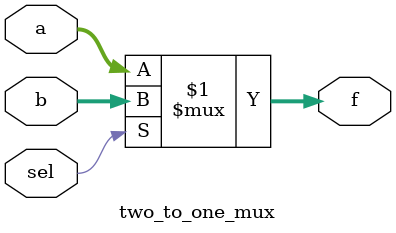
<source format=v>
module two_to_one_mux(sel, a, b, f);

input sel;
input [31:0] a,b;
output [31:0] f;

assign f = (sel) ? b : a;

endmodule

</source>
